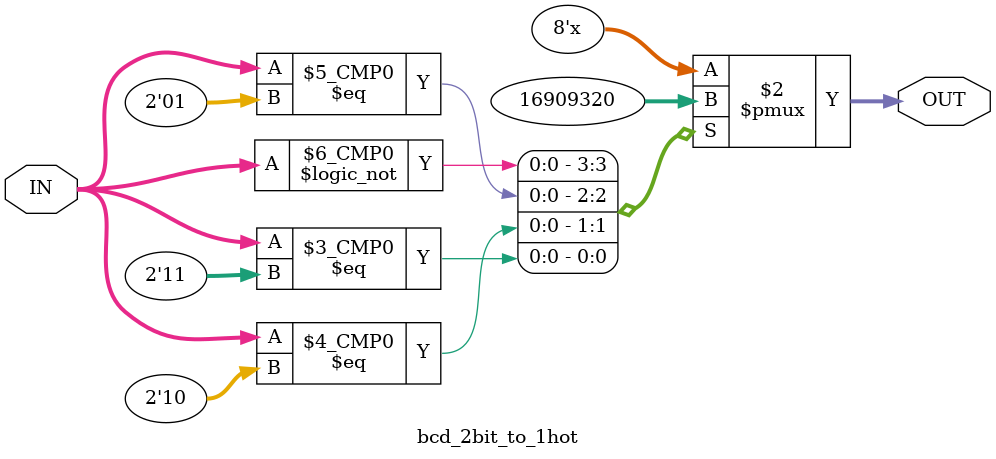
<source format=sv>
`timescale 1ns / 1ps


module bcd_2bit_to_1hot(
    input [1:0] IN,
    output reg [7:0] OUT
    );
        
    always @(*) begin
        case (IN)
            4'b00 : OUT = 8'b00000001; // 0
            4'b01 : OUT = 8'b00000010; // 1
            4'b10 : OUT = 8'b00000100; // 2
            4'b11 : OUT = 8'b00001000; // 3
        endcase
    end
endmodule

</source>
